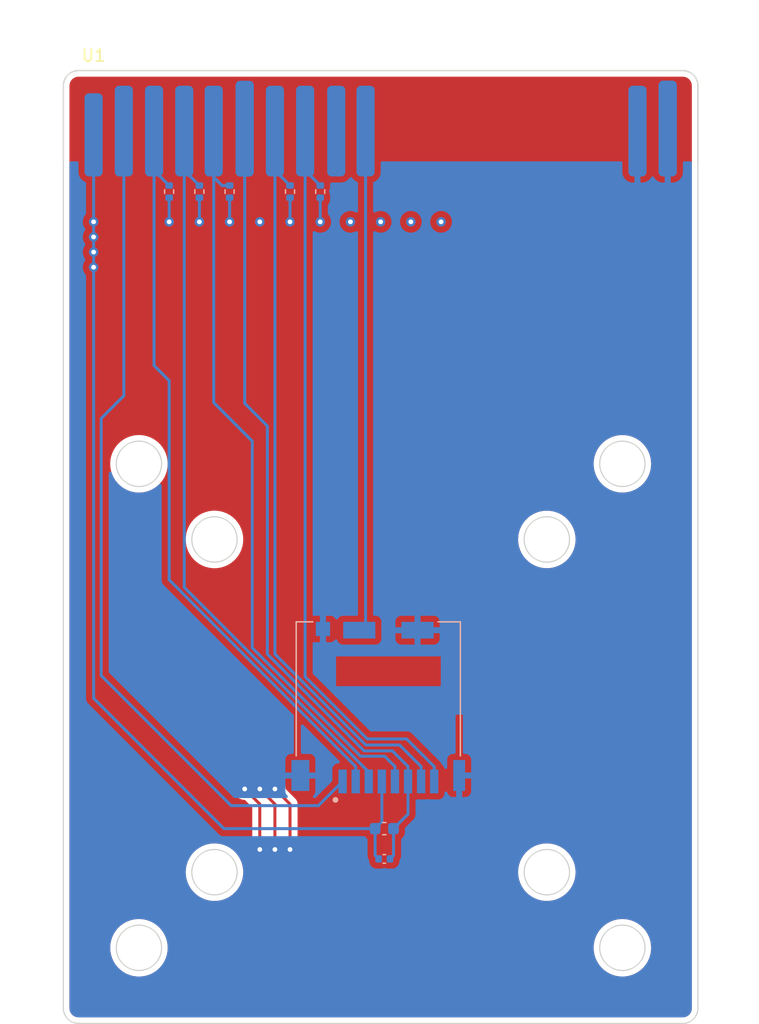
<source format=kicad_pcb>
(kicad_pcb (version 20211014) (generator pcbnew)
  (layers (0 "F.Cu" signal) (31 "B.Cu" signal) (34 "B.Paste" user) (35 "F.Paste" user) (36 "B.SilkS" user "B.Silkscreen") (37 "F.SilkS" user "F.Silkscreen") (38 "B.Mask" user) (39 "F.Mask" user) (44 "Edge.Cuts" user))
  (net 0 "")
  (net 1 "Net-(J1-Pad9)")
  (net 2 "Net-(C1-Pad1)")
  (net 3 "+3V3")
  (net 4 "Net-(R2-Pad2)")
  (net 5 "Net-(R3-Pad2)")
  (net 6 "Net-(R4-Pad2)")
  (net 7 "Net-(R5-Pad2)")
  (net 8 "Net-(R6-Pad2)")
  (net 9 "Net-(R7-Pad2)")
  (net 10 "GND")
  (net 11 "unconnected-(U1-Pad9)")
  (footprint "floppy-console:FLOPPY_CART_EDGE" (layer "F.Cu") (at 111.76 50.8)
    (fp_text reference "U1" (at 7.62 -1.27 unlocked) (layer "F.SilkS"))
    (fp_text value "connector_fingers")
    (fp_line (start 57.15 0) (end 6.35 0) (layer "Edge.Cuts") (width 0.12))
    (fp_line (start 58.42 7.62) (end 58.42 1.27) (layer "Edge.Cuts") (width 0.12))
    (fp_line (start 5.08 1.27) (end 5.08 7.62) (layer "Edge.Cuts") (width 0.12))
    (fp_arc (start 57.15 0) (mid 58.048026 0.371974) (end 58.42 1.27) (layer "Edge.Cuts") (width 0.12))
    (fp_arc (start 5.08 1.27) (mid 5.451974 0.371974) (end 6.35 0) (layer "Edge.Cuts") (width 0.12))
    (pad "1" connect roundrect (at 7.62 5.3975) (size 1.524 6.985) (layers "B.Cu" "B.Mask") (net 3 "+3V3"))
    (pad "2" connect roundrect (at 10.16 5.08) (size 1.524 7.62) (layers "B.Cu" "B.Mask") (net 4 "Net-(R2-Pad2)"))
    (pad "3" connect roundrect (at 12.7 5.08) (size 1.524 7.62) (layers "B.Cu" "B.Mask") (net 5 "Net-(R3-Pad2)"))
    (pad "4" connect roundrect (at 15.24 5.08) (size 1.524 7.62) (layers "B.Cu" "B.Mask") (net 6 "Net-(R4-Pad2)"))
    (pad "5" connect roundrect (at 17.7165 5.08) (size 1.524 7.62) (layers "B.Cu" "B.Mask") (net 7 "Net-(R5-Pad2)"))
    (pad "6" connect roundrect (at 20.32 4.8768) (size 1.54 8.05) (layers "B.Cu" "B.Mask") (net 2 "Net-(C1-Pad1)"))
    (pad "7" connect roundrect (at 22.86 5.08) (size 1.524 7.62) (layers "B.Cu" "B.Mask") (net 8 "Net-(R6-Pad2)"))
    (pad "8" connect roundrect (at 25.4 5.08) (size 1.524 7.62) (layers "B.Cu" "B.Mask") (net 9 "Net-(R7-Pad2)"))
    (pad "9" connect roundrect (at 28.01408 5.08) (size 1.524 7.62) (layers "B.Cu" "B.Mask") (net 11 "unconnected-(U1-Pad9)"))
    (pad "10" connect roundrect (at 30.48 5.08) (size 1.524 7.62) (layers "B.Cu" "B.Mask") (net 1 "Net-(J1-Pad9)"))
    (pad "19" connect roundrect (at 53.34 5.08) (size 1.524 7.62) (layers "B.Cu" "B.Mask") (net 10 "GND"))
    (pad "20" connect roundrect (at 55.88 4.865) (size 1.54 8.05) (layers "B.Cu" "B.Mask") (net 10 "GND"))
    (zone (net 0) (net_name "") (layers "B.Cu" "Edge.Cuts") (connect_pads (clearance 0)) (min_thickness 0.254)
      (keepout (tracks not_allowed) (vias not_allowed) (pads not_allowed) (copperpour not_allowed) (footprints not_allowed))
      (fill (thermal_gap 0.508) (thermal_bridge_width 0.508))
      (polygon (pts (xy 175.26 54.61) (xy 111.76 54.61) (xy 111.76 50.8) (xy 175.26 50.8)))
    )
    (zone (net 0) (net_name "") (layers "B.Cu" "Edge.Cuts") (connect_pads (clearance 0)) (min_thickness 0.254)
      (keepout (tracks allowed) (vias not_allowed) (pads not_allowed) (copperpour not_allowed) (footprints not_allowed))
      (fill (thermal_gap 0.508) (thermal_bridge_width 0.508))
      (polygon (pts (xy 175.26 58.42) (xy 111.76 58.42) (xy 111.76 54.61) (xy 175.26 54.61)))
    )
  )
  (footprint "Capacitor_SMD:C_0603_1608Metric" (layer "B.Cu") (at 143.818 114.4535 180)
    (fp_text reference "C1" hide)
    (fp_text value "10uF")
    (fp_line (start -0.14058 -0.51) (end 0.14058 -0.51) (layer "B.SilkS") (width 0.12))
    (fp_line (start -0.14058 0.51) (end 0.14058 0.51) (layer "B.SilkS") (width 0.12))
    (pad "1" smd roundrect (at -0.775 0 180) (size 0.9 0.95) (layers "B.Cu" "B.Paste" "B.Mask") (net 2 "Net-(C1-Pad1)"))
    (pad "2" smd roundrect (at 0.775 0 180) (size 0.9 0.95) (layers "B.Cu" "B.Paste" "B.Mask") (net 3 "+3V3"))
  )
  (footprint "Resistor_SMD:R_0402_1005Metric" (layer "B.Cu") (at 128.27 60.96 90)
    (fp_text reference "R4" hide)
    (fp_text value "47k")
    (fp_line (start -0.153641 0.38) (end 0.153641 0.38) (layer "B.SilkS") (width 0.12))
    (fp_line (start -0.153641 -0.38) (end 0.153641 -0.38) (layer "B.SilkS") (width 0.12))
    (pad "1" smd roundrect (at -0.51 0 90) (size 0.54 0.64) (layers "B.Cu" "B.Paste" "B.Mask") (net 3 "+3V3"))
    (pad "2" smd roundrect (at 0.51 0 90) (size 0.54 0.64) (layers "B.Cu" "B.Paste" "B.Mask") (net 6 "Net-(R4-Pad2)"))
  )
  (footprint "Resistor_SMD:R_0402_1005Metric" (layer "B.Cu") (at 138.43 60.96 90)
    (fp_text reference "R7" hide)
    (fp_text value "47k")
    (fp_line (start -0.153641 0.38) (end 0.153641 0.38) (layer "B.SilkS") (width 0.12))
    (fp_line (start -0.153641 -0.38) (end 0.153641 -0.38) (layer "B.SilkS") (width 0.12))
    (pad "1" smd roundrect (at -0.51 0 90) (size 0.54 0.64) (layers "B.Cu" "B.Paste" "B.Mask") (net 3 "+3V3"))
    (pad "2" smd roundrect (at 0.51 0 90) (size 0.54 0.64) (layers "B.Cu" "B.Paste" "B.Mask") (net 9 "Net-(R7-Pad2)"))
  )
  (footprint "Capacitor_SMD:C_0402_1005Metric" (layer "B.Cu") (at 143.818 116.9935 180)
    (fp_text reference "C2" hide)
    (fp_text value "0.1uf")
    (fp_line (start -0.107836 0.36) (end 0.107836 0.36) (layer "B.SilkS") (width 0.12))
    (fp_line (start -0.107836 -0.36) (end 0.107836 -0.36) (layer "B.SilkS") (width 0.12))
    (pad "1" smd roundrect (at -0.48 0 180) (size 0.56 0.62) (layers "B.Cu" "B.Paste" "B.Mask") (net 2 "Net-(C1-Pad1)"))
    (pad "2" smd roundrect (at 0.48 0 180) (size 0.56 0.62) (layers "B.Cu" "B.Paste" "B.Mask") (net 3 "+3V3"))
  )
  (footprint "Resistor_SMD:R_0402_1005Metric" (layer "B.Cu") (at 125.73 60.96 90)
    (fp_text reference "R3" hide)
    (fp_text value "47k")
    (fp_line (start -0.153641 -0.38) (end 0.153641 -0.38) (layer "B.SilkS") (width 0.12))
    (fp_line (start -0.153641 0.38) (end 0.153641 0.38) (layer "B.SilkS") (width 0.12))
    (pad "1" smd roundrect (at -0.51 0 90) (size 0.54 0.64) (layers "B.Cu" "B.Paste" "B.Mask") (net 3 "+3V3"))
    (pad "2" smd roundrect (at 0.51 0 90) (size 0.54 0.64) (layers "B.Cu" "B.Paste" "B.Mask") (net 5 "Net-(R3-Pad2)"))
  )
  (footprint "Resistor_SMD:R_0402_1005Metric" (layer "B.Cu") (at 135.89 60.96 90)
    (fp_text reference "R6" hide)
    (fp_text value "47k")
    (fp_line (start -0.153641 0.38) (end 0.153641 0.38) (layer "B.SilkS") (width 0.12))
    (fp_line (start -0.153641 -0.38) (end 0.153641 -0.38) (layer "B.SilkS") (width 0.12))
    (pad "1" smd roundrect (at -0.51 0 90) (size 0.54 0.64) (layers "B.Cu" "B.Paste" "B.Mask") (net 3 "+3V3"))
    (pad "2" smd roundrect (at 0.51 0 90) (size 0.54 0.64) (layers "B.Cu" "B.Paste" "B.Mask") (net 8 "Net-(R6-Pad2)"))
  )
  (footprint "floppy-console:HRS_DM3CS-SF" (layer "B.Cu") (at 143.51 104.14 180)
    (fp_text reference "J1" hide)
    (fp_text value "Micro_SD_Card_Det")
    (fp_line (start -6.7 -4.2) (end -6.7 7.05) (layer "B.SilkS") (width 0.127))
    (fp_line (start 7.1 7.05) (end 5.7 7.05) (layer "B.SilkS") (width 0.127))
    (fp_line (start -6.7 7.05) (end -4.826 7.05) (layer "B.SilkS") (width 0.127))
    (fp_line (start 7.1 7.05) (end 7.1 -4.2) (layer "B.SilkS") (width 0.127))
    (fp_circle (center 3.8 -7.9) (end 3.92 -7.9) (layer "B.SilkS") (width 0.24) (fill none))
    (pad "1" smd rect (at 3.2 -6.35 180) (size 0.7 2) (layers "B.Cu" "B.Paste" "B.Mask") (net 4 "Net-(R2-Pad2)"))
    (pad "2" smd rect (at 2.1 -6.35 180) (size 0.7 2) (layers "B.Cu" "B.Paste" "B.Mask") (net 5 "Net-(R3-Pad2)"))
    (pad "3" smd rect (at 1 -6.35 180) (size 0.7 2) (layers "B.Cu" "B.Paste" "B.Mask") (net 6 "Net-(R4-Pad2)"))
    (pad "4" smd rect (at -0.1 -6.35 180) (size 0.7 2) (layers "B.Cu" "B.Paste" "B.Mask") (net 3 "+3V3"))
    (pad "5" smd rect (at -1.2 -6.35 180) (size 0.7 2) (layers "B.Cu" "B.Paste" "B.Mask") (net 7 "Net-(R5-Pad2)"))
    (pad "6" smd rect (at -2.3 -6.35 180) (size 0.7 2) (layers "B.Cu" "B.Paste" "B.Mask") (net 2 "Net-(C1-Pad1)"))
    (pad "7" smd rect (at -3.4 -6.35 180) (size 0.7 2) (layers "B.Cu" "B.Paste" "B.Mask") (net 8 "Net-(R6-Pad2)"))
    (pad "8" smd rect (at -4.5 -6.35 180) (size 0.7 2) (layers "B.Cu" "B.Paste" "B.Mask") (net 9 "Net-(R7-Pad2)"))
    (pad "9" smd rect (at 1.8 6.35 180) (size 2.7 1.4) (layers "B.Cu" "B.Paste" "B.Mask") (net 1 "Net-(J1-Pad9)"))
    (pad "S1" smd rect (at -6.6 -5.85 180) (size 1 2.6) (layers "B.Cu" "B.Paste" "B.Mask") (net 10 "GND"))
    (pad "S2" smd rect (at 6.75 -5.85 180) (size 1.5 2.6) (layers "B.Cu" "B.Paste" "B.Mask") (net 10 "GND"))
    (pad "S3" smd rect (at -3.1 6.35 180) (size 2.7 1.4) (layers "B.Cu" "B.Paste" "B.Mask") (net 10 "GND"))
    (pad "S5" smd rect (at 4.85 6.45 180) (size 1.2 1.2) (layers "B.Cu" "B.Paste" "B.Mask") (net 10 "GND"))
    (zone (net 0) (net_name "") (layer "B.Cu") (connect_pads (clearance 0)) (min_thickness 0.01)
      (keepout (tracks not_allowed) (vias not_allowed) (pads not_allowed) (copperpour not_allowed) (footprints allowed))
      (fill (thermal_gap 0.508) (thermal_bridge_width 0.508))
      (polygon (pts (xy 150.42239 104.89) (xy 149.81 104.89) (xy 149.81 108.69817) (xy 150.42239 108.69817)))
    )
    (zone (net 0) (net_name "") (layer "B.Cu") (connect_pads (clearance 0)) (min_thickness 0.01)
      (keepout (tracks not_allowed) (vias not_allowed) (pads not_allowed) (copperpour not_allowed) (footprints allowed))
      (fill (thermal_gap 0.508) (thermal_bridge_width 0.508))
      (polygon (pts (xy 148.56292 99.99) (xy 139.76 99.99) (xy 139.76 102.48905) (xy 148.56292 102.48905)))
    )
    (zone (net 0) (net_name "") (layer "B.Cu") (connect_pads (clearance 0)) (min_thickness 0.01)
      (keepout (tracks not_allowed) (vias not_allowed) (pads not_allowed) (copperpour not_allowed) (footprints allowed))
      (fill (thermal_gap 0.508) (thermal_bridge_width 0.508))
      (polygon (pts (xy 136.8005 104.89) (xy 136.21 104.89) (xy 136.21 108.69645) (xy 136.8005 108.69645)))
    )
  )
  (footprint "Resistor_SMD:R_0402_1005Metric" (layer "B.Cu") (at 130.81 60.96 90)
    (fp_text reference "R5" hide)
    (fp_text value "47k")
    (fp_line (start -0.153641 0.38) (end 0.153641 0.38) (layer "B.SilkS") (width 0.12))
    (fp_line (start -0.153641 -0.38) (end 0.153641 -0.38) (layer "B.SilkS") (width 0.12))
    (pad "1" smd roundrect (at -0.51 0 90) (size 0.54 0.64) (layers "B.Cu" "B.Paste" "B.Mask") (net 3 "+3V3"))
    (pad "2" smd roundrect (at 0.51 0 90) (size 0.54 0.64) (layers "B.Cu" "B.Paste" "B.Mask") (net 7 "Net-(R5-Pad2)"))
  )
  (gr_circle (center 123.19 124.46) (end 121.285 124.46) (layer "Edge.Cuts") (width 0.1) (fill none))
  (gr_arc (start 118.11 130.81) (mid 117.211974 130.438026) (end 116.84 129.54) (layer "Edge.Cuts") (width 0.1))
  (gr_circle (center 129.54 118.11) (end 131.445 118.11) (layer "Edge.Cuts") (width 0.1) (fill none))
  (gr_circle (center 163.83 124.46) (end 165.735 124.46) (layer "Edge.Cuts") (width 0.1) (fill none))
  (gr_circle (center 157.48 90.17) (end 159.385 90.17) (layer "Edge.Cuts") (width 0.1) (fill none))
  (gr_circle (center 123.19 83.82) (end 125.095 83.82) (layer "Edge.Cuts") (width 0.1) (fill none))
  (gr_circle (center 157.48 118.11) (end 159.385 118.11) (layer "Edge.Cuts") (width 0.1) (fill none))
  (gr_circle (center 129.54 90.17) (end 131.445 90.17) (layer "Edge.Cuts") (width 0.1) (fill none))
  (gr_circle (center 163.83 83.82) (end 165.735 83.82) (layer "Edge.Cuts") (width 0.1) (fill none))
  (gr_line (start 170.18 58.42) (end 170.18 129.54) (layer "Edge.Cuts") (width 0.1))
  (gr_arc (start 170.18 129.54) (mid 169.808026 130.438026) (end 168.91 130.81) (layer "Edge.Cuts") (width 0.1))
  (gr_line (start 118.11 130.81) (end 168.91 130.81) (layer "Edge.Cuts") (width 0.1))
  (gr_line (start 116.84 58.42) (end 116.84 129.54) (layer "Edge.Cuts") (width 0.1))
  (segment (start 141.71 97.79) (end 142.24 97.26) (width 0.25) (layer "B.Cu") (net 1))
  (segment (start 142.24 97.26) (end 142.24 55.88) (width 0.25) (layer "B.Cu") (net 1))
  (segment (start 133.985 99.796762) (end 135.204119 101.015881) (width 0.25) (layer "B.Cu") (net 2))
  (segment (start 144.298 116.9935) (end 144.593 116.6985) (width 0.25) (layer "B.Cu") (net 2))
  (segment (start 145.81 113.2365) (end 145.81 110.49) (width 0.25) (layer "B.Cu") (net 2))
  (segment (start 132.08 55.6768) (end 132.08 78.74) (width 0.25) (layer "B.Cu") (net 2))
  (segment (start 133.985 80.645) (end 133.985 99.796762) (width 0.25) (layer "B.Cu") (net 2))
  (segment (start 144.593 116.6985) (end 144.593 114.4535) (width 0.25) (layer "B.Cu") (net 2))
  (segment (start 145.81 110.49) (end 145.81 109.24) (width 0.25) (layer "B.Cu") (net 2))
  (segment (start 144.593 114.4535) (end 145.81 113.2365) (width 0.25) (layer "B.Cu") (net 2))
  (segment (start 145.81 109.24) (end 144.494763 107.924763) (width 0.25) (layer "B.Cu") (net 2))
  (segment (start 144.494763 107.924763) (end 142.113001 107.924763) (width 0.25) (layer "B.Cu") (net 2))
  (segment (start 132.08 78.74) (end 133.985 80.645) (width 0.25) (layer "B.Cu") (net 2))
  (segment (start 142.113001 107.924763) (end 134.17048 99.982242) (width 0.25) (layer "B.Cu") (net 2))
  (via (at 135.89 63.5) (size 0.8) (drill 0.4) (layers "F.Cu" "B.Cu") (net 3))
  (via (at 128.27 63.5) (size 0.8) (drill 0.4) (layers "F.Cu" "B.Cu") (net 3))
  (via (at 119.38 64.77) (size 0.8) (drill 0.4) (layers "F.Cu" "B.Cu") (net 3))
  (via (at 140.97 63.5) (size 0.8) (drill 0.4) (layers "F.Cu" "B.Cu") (net 3))
  (via (at 138.43 63.5) (size 0.8) (drill 0.4) (layers "F.Cu" "B.Cu") (net 3))
  (via (at 133.35 63.5) (size 0.8) (drill 0.4) (layers "F.Cu" "B.Cu") (net 3))
  (via (at 130.81 63.5) (size 0.8) (drill 0.4) (layers "F.Cu" "B.Cu") (net 3))
  (via (at 143.51 63.5) (size 0.8) (drill 0.4) (layers "F.Cu" "B.Cu") (net 3))
  (via (at 119.38 63.5) (size 0.8) (drill 0.4) (layers "F.Cu" "B.Cu") (net 3))
  (via (at 148.59 63.5) (size 0.8) (drill 0.4) (layers "F.Cu" "B.Cu") (net 3))
  (via (at 125.73 63.5) (size 0.8) (drill 0.4) (layers "F.Cu" "B.Cu") (net 3))
  (via (at 119.38 66.04) (size 0.8) (drill 0.4) (layers "F.Cu" "B.Cu") (net 3))
  (via (at 119.38 67.31) (size 0.8) (drill 0.4) (layers "F.Cu" "B.Cu") (net 3))
  (via (at 146.05 63.5) (size 0.8) (drill 0.4) (layers "F.Cu" "B.Cu") (net 3))
  (segment (start 130.3285 114.4535) (end 119.38 103.505) (width 0.25) (layer "B.Cu") (net 3))
  (segment (start 143.338 116.9935) (end 143.043 116.6985) (width 0.25) (layer "B.Cu") (net 3))
  (segment (start 143.043 116.6985) (end 143.043 114.4535) (width 0.25) (layer "B.Cu") (net 3))
  (segment (start 119.38 103.505) (end 119.38 67.31) (width 0.25) (layer "B.Cu") (net 3))
  (segment (start 119.38 66.04) (end 119.38 64.77) (width 0.25) (layer "B.Cu") (net 3))
  (segment (start 125.73 61.47) (end 125.73 63.5) (width 0.25) (layer "B.Cu") (net 3))
  (segment (start 130.81 61.47) (end 130.81 63.5) (width 0.25) (layer "B.Cu") (net 3))
  (segment (start 119.38 64.77) (end 119.38 63.5) (width 0.25) (layer "B.Cu") (net 3))
  (segment (start 119.38 63.5) (end 119.38 56.1975) (width 0.25) (layer "B.Cu") (net 3))
  (segment (start 138.43 61.47) (end 138.43 63.5) (width 0.25) (layer "B.Cu") (net 3))
  (segment (start 143.043 114.4535) (end 130.3285 114.4535) (width 0.25) (layer "B.Cu") (net 3))
  (segment (start 143.61 113.8865) (end 143.61 110.49) (width 0.25) (layer "B.Cu") (net 3))
  (segment (start 135.89 61.47) (end 135.89 63.5) (width 0.25) (layer "B.Cu") (net 3))
  (segment (start 119.38 67.31) (end 119.38 66.04) (width 0.25) (layer "B.Cu") (net 3))
  (segment (start 143.043 114.4535) (end 143.61 113.8865) (width 0.25) (layer "B.Cu") (net 3))
  (segment (start 128.27 61.47) (end 128.27 63.5) (width 0.25) (layer "B.Cu") (net 3))
  (segment (start 138.278 112.522) (end 140.31 110.49) (width 0.25) (layer "B.Cu") (net 4))
  (segment (start 120.015 101.6) (end 130.937 112.522) (width 0.25) (layer "B.Cu") (net 4))
  (segment (start 120.015 80.01) (end 120.015 101.6) (width 0.25) (layer "B.Cu") (net 4))
  (segment (start 121.92 78.105) (end 120.015 80.01) (width 0.25) (layer "B.Cu") (net 4))
  (segment (start 130.937 112.522) (end 138.278 112.522) (width 0.25) (layer "B.Cu") (net 4))
  (segment (start 121.92 55.88) (end 121.92 78.105) (width 0.25) (layer "B.Cu") (net 4))
  (segment (start 124.46 59.18) (end 124.46 55.88) (width 0.25) (layer "B.Cu") (net 5))
  (segment (start 124.46 75.565) (end 124.46 55.88) (width 0.25) (layer "B.Cu") (net 5))
  (segment (start 125.73 60.45) (end 124.46 59.18) (width 0.25) (layer "B.Cu") (net 5))
  (segment (start 125.73 76.835) (end 125.73 93.345) (width 0.25) (layer "B.Cu") (net 5))
  (segment (start 125.73 93.56) (end 125.73 93.345) (width 0.25) (layer "B.Cu") (net 5))
  (segment (start 141.41 110.49) (end 141.41 109.24) (width 0.25) (layer "B.Cu") (net 5))
  (segment (start 125.73 76.835) (end 124.46 75.565) (width 0.25) (layer "B.Cu") (net 5))
  (segment (start 141.41 109.24) (end 125.73 93.56) (width 0.25) (layer "B.Cu") (net 5))
  (segment (start 128.27 60.45) (end 127 59.18) (width 0.25) (layer "B.Cu") (net 6))
  (segment (start 127 94.194282) (end 127 55.88) (width 0.25) (layer "B.Cu") (net 6))
  (segment (start 142.51 109.704283) (end 142.51 110.49) (width 0.25) (layer "B.Cu") (net 6))
  (segment (start 127 94.194282) (end 142.51 109.704283) (width 0.25) (layer "B.Cu") (net 6))
  (segment (start 127 59.18) (end 127 55.88) (width 0.25) (layer "B.Cu") (net 6))
  (segment (start 144.71 110.49) (end 144.71 109.24) (width 0.25) (layer "B.Cu") (net 7))
  (segment (start 130.81 60.45) (end 130.173 60.45) (width 0.25) (layer "B.Cu") (net 7))
  (segment (start 132.715 99.273565) (end 132.715 94.615) (width 0.25) (layer "B.Cu") (net 7))
  (segment (start 129.4765 55.88) (end 129.4765 78.6765) (width 0.25) (layer "B.Cu") (net 7))
  (segment (start 130.173 60.45) (end 129.4765 59.7535) (width 0.25) (layer "B.Cu") (net 7))
  (segment (start 144.71 109.24) (end 143.844283 108.374283) (width 0.25) (layer "B.Cu") (net 7))
  (segment (start 129.4765 78.6765) (end 132.08 81.28) (width 0.25) (layer "B.Cu") (net 7))
  (segment (start 132.715 81.915) (end 132.715 94.615) (width 0.25) (layer "B.Cu") (net 7))
  (segment (start 129.4765 55.88) (end 129.4765 59.7535) (width 0.25) (layer "B.Cu") (net 7))
  (segment (start 143.844283 108.374283) (end 141.815718 108.374283) (width 0.25) (layer "B.Cu") (net 7))
  (segment (start 141.815718 108.374283) (end 132.715 99.273565) (width 0.25) (layer "B.Cu") (net 7))
  (segment (start 132.08 81.28) (end 132.715 81.915) (width 0.25) (layer "B.Cu") (net 7))
  (segment (start 135.89 60.45) (end 134.62 59.18) (width 0.25) (layer "B.Cu") (net 8))
  (segment (start 134.62 99.796044) (end 134.886978 100.063022) (width 0.25) (layer "B.Cu") (net 8))
  (segment (start 134.886978 100.063022) (end 134.62 99.796045) (width 0.25) (layer "B.Cu") (net 8))
  (segment (start 142.252977 107.429022) (end 134.886978 100.063022) (width 0.25) (layer "B.Cu") (net 8))
  (segment (start 146.91 109.24) (end 145.099022 107.429022) (width 0.25) (layer "B.Cu") (net 8))
  (segment (start 134.62 55.88) (end 134.62 99.796044) (width 0.25) (layer "B.Cu") (net 8))
  (segment (start 145.099022 107.429022) (end 142.252977 107.429022) (width 0.25) (layer "B.Cu") (net 8))
  (segment (start 146.91 110.49) (end 146.91 109.24) (width 0.25) (layer "B.Cu") (net 8))
  (segment (start 134.62 59.18) (end 134.62 55.88) (width 0.25) (layer "B.Cu") (net 8))
  (segment (start 137.16 101.700327) (end 137.16 55.88) (width 0.25) (layer "B.Cu") (net 9))
  (segment (start 142.380336 106.920663) (end 137.16 101.700327) (width 0.25) (layer "B.Cu") (net 9))
  (segment (start 137.16 59.18) (end 137.16 55.88) (width 0.25) (layer "B.Cu") (net 9))
  (segment (start 148.01 109.24) (end 145.690663 106.920663) (width 0.25) (layer "B.Cu") (net 9))
  (segment (start 145.690663 106.920663) (end 142.380336 106.920663) (width 0.25) (layer "B.Cu") (net 9))
  (segment (start 148.01 110.49) (end 148.01 109.24) (width 0.25) (layer "B.Cu") (net 9))
  (segment (start 138.43 60.45) (end 137.16 59.18) (width 0.25) (layer "B.Cu") (net 9))
  (segment (start 134.62 111.125) (end 135.89 112.395) (width 0.25) (layer "F.Cu") (net 10))
  (segment (start 135.89 112.395) (end 135.89 116.205) (width 0.25) (layer "F.Cu") (net 10))
  (segment (start 134.62 112.395) (end 134.62 116.205) (width 0.25) (layer "F.Cu") (net 10))
  (segment (start 133.35 112.395) (end 133.35 116.205) (width 0.25) (layer "F.Cu") (net 10))
  (segment (start 133.35 111.125) (end 134.62 112.395) (width 0.25) (layer "F.Cu") (net 10))
  (segment (start 132.08 111.125) (end 133.35 112.395) (width 0.25) (layer "F.Cu") (net 10))
  (via (at 135.89 116.205) (size 0.8) (drill 0.4) (layers "F.Cu" "B.Cu") (net 10))
  (via (at 132.08 111.125) (size 0.8) (drill 0.4) (layers "F.Cu" "B.Cu") (net 10))
  (via (at 133.35 111.125) (size 0.8) (drill 0.4) (layers "F.Cu" "B.Cu") (net 10))
  (via (at 134.62 111.125) (size 0.8) (drill 0.4) (layers "F.Cu" "B.Cu") (net 10))
  (via (at 133.35 116.205) (size 0.8) (drill 0.4) (layers "F.Cu" "B.Cu") (net 10))
  (via (at 134.62 116.205) (size 0.8) (drill 0.4) (layers "F.Cu" "B.Cu") (net 10))
  (segment (start 139.77408 59.25408) (end 139.77408 55.88) (width 0.25) (layer "B.Cu") (net 11))
  (zone (net 3) (net_name "+3V3") (layer "F.Cu") (connect_pads (clearance 0.508)) (min_thickness 0.254) (fill yes (thermal_gap 0.508) (thermal_bridge_width 0.508))
    (polygon (pts (xy 170.18 130.81) (xy 116.84 130.81) (xy 116.84 50.8) (xy 170.18 50.8)))
  )
  (zone (net 10) (net_name "GND") (layer "B.Cu") (connect_pads (clearance 0.508)) (min_thickness 0.254) (fill yes (thermal_gap 0.508) (thermal_bridge_width 0.508))
    (polygon (pts (xy 170.18 130.81) (xy 116.84 130.81) (xy 116.84 50.8) (xy 170.18 50.8)))
  )
)
</source>
